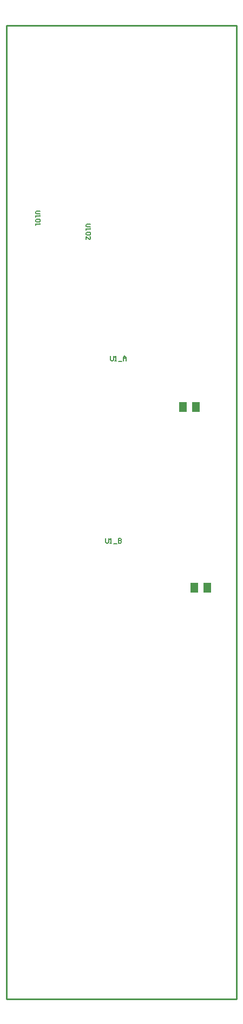
<source format=gbp>
G04 Layer_Color=128*
%FSLAX25Y25*%
%MOIN*%
G70*
G01*
G75*
%ADD19R,0.05118X0.06102*%
%ADD31C,0.01000*%
%ADD32C,0.00591*%
D19*
X123437Y-345500D02*
D03*
X115563D02*
D03*
X116500Y-234500D02*
D03*
X108626D02*
D03*
D31*
X141732Y-598000D02*
Y0D01*
X0D02*
X141732D01*
X0Y-598000D02*
X141732D01*
X0D02*
Y0D01*
D32*
X64000Y-203245D02*
Y-205541D01*
X64459Y-206000D01*
X65377D01*
X65837Y-205541D01*
Y-203245D01*
X66755Y-206000D02*
X67673D01*
X67214D01*
Y-203245D01*
X66755Y-203704D01*
X69051Y-206459D02*
X70888D01*
X71806Y-206000D02*
Y-204163D01*
X72724Y-203245D01*
X73643Y-204163D01*
Y-206000D01*
Y-204623D01*
X71806D01*
X20755Y-114000D02*
X18459D01*
X18000Y-114459D01*
Y-115377D01*
X18459Y-115837D01*
X20755D01*
X18000Y-116755D02*
Y-117673D01*
Y-117214D01*
X20755D01*
X20296Y-116755D01*
Y-119051D02*
X20755Y-119510D01*
Y-120428D01*
X20296Y-120888D01*
X18459D01*
X18000Y-120428D01*
Y-119510D01*
X18459Y-119051D01*
X20296D01*
X18000Y-121806D02*
Y-122724D01*
Y-122265D01*
X20755D01*
X20296Y-121806D01*
X51755Y-122000D02*
X49459D01*
X49000Y-122459D01*
Y-123378D01*
X49459Y-123837D01*
X51755D01*
X49000Y-124755D02*
Y-125673D01*
Y-125214D01*
X51755D01*
X51296Y-124755D01*
Y-127051D02*
X51755Y-127510D01*
Y-128428D01*
X51296Y-128888D01*
X49459D01*
X49000Y-128428D01*
Y-127510D01*
X49459Y-127051D01*
X51296D01*
X49000Y-131643D02*
Y-129806D01*
X50837Y-131643D01*
X51296D01*
X51755Y-131183D01*
Y-130265D01*
X51296Y-129806D01*
X61000Y-315245D02*
Y-317541D01*
X61459Y-318000D01*
X62378D01*
X62837Y-317541D01*
Y-315245D01*
X63755Y-318000D02*
X64673D01*
X64214D01*
Y-315245D01*
X63755Y-315704D01*
X66051Y-318459D02*
X67888D01*
X68806Y-315245D02*
Y-318000D01*
X70183D01*
X70643Y-317541D01*
Y-317082D01*
X70183Y-316622D01*
X68806D01*
X70183D01*
X70643Y-316163D01*
Y-315704D01*
X70183Y-315245D01*
X68806D01*
M02*

</source>
